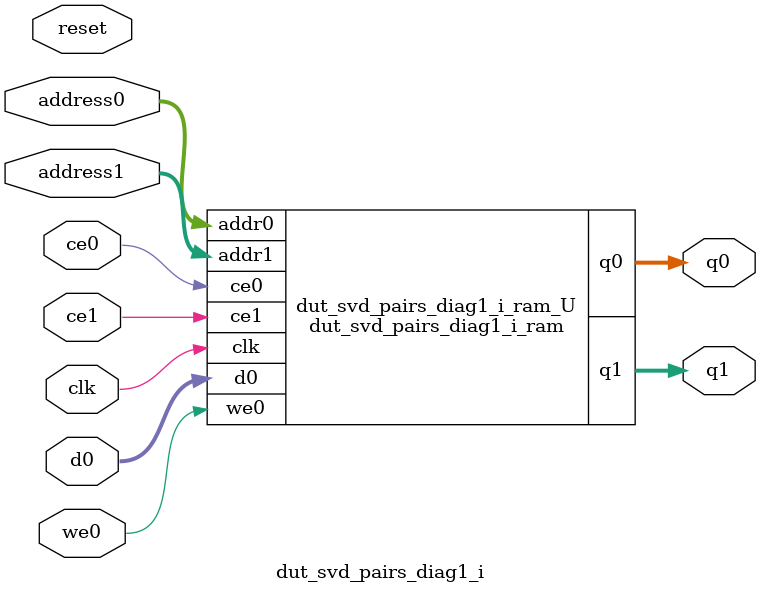
<source format=v>

`timescale 1 ns / 1 ps
module dut_svd_pairs_diag1_i_ram (addr0, ce0, d0, we0, q0, addr1, ce1, q1,  clk);

parameter DWIDTH = 32;
parameter AWIDTH = 10;
parameter MEM_SIZE = 784;

input[AWIDTH-1:0] addr0;
input ce0;
input[DWIDTH-1:0] d0;
input we0;
output reg[DWIDTH-1:0] q0;
input[AWIDTH-1:0] addr1;
input ce1;
output reg[DWIDTH-1:0] q1;
input clk;

(* ram_style = "block" *)reg [DWIDTH-1:0] ram[MEM_SIZE-1:0];




always @(posedge clk)  
begin 
    if (ce0) 
    begin
        if (we0) 
        begin 
            ram[addr0] <= d0; 
            q0 <= d0;
        end 
        else 
            q0 <= ram[addr0];
    end
end


always @(posedge clk)  
begin 
    if (ce1) 
    begin
            q1 <= ram[addr1];
    end
end


endmodule


`timescale 1 ns / 1 ps
module dut_svd_pairs_diag1_i(
    reset,
    clk,
    address0,
    ce0,
    we0,
    d0,
    q0,
    address1,
    ce1,
    q1);

parameter DataWidth = 32'd32;
parameter AddressRange = 32'd784;
parameter AddressWidth = 32'd10;
input reset;
input clk;
input[AddressWidth - 1:0] address0;
input ce0;
input we0;
input[DataWidth - 1:0] d0;
output[DataWidth - 1:0] q0;
input[AddressWidth - 1:0] address1;
input ce1;
output[DataWidth - 1:0] q1;



dut_svd_pairs_diag1_i_ram dut_svd_pairs_diag1_i_ram_U(
    .clk( clk ),
    .addr0( address0 ),
    .ce0( ce0 ),
    .d0( d0 ),
    .we0( we0 ),
    .q0( q0 ),
    .addr1( address1 ),
    .ce1( ce1 ),
    .q1( q1 ));

endmodule


</source>
